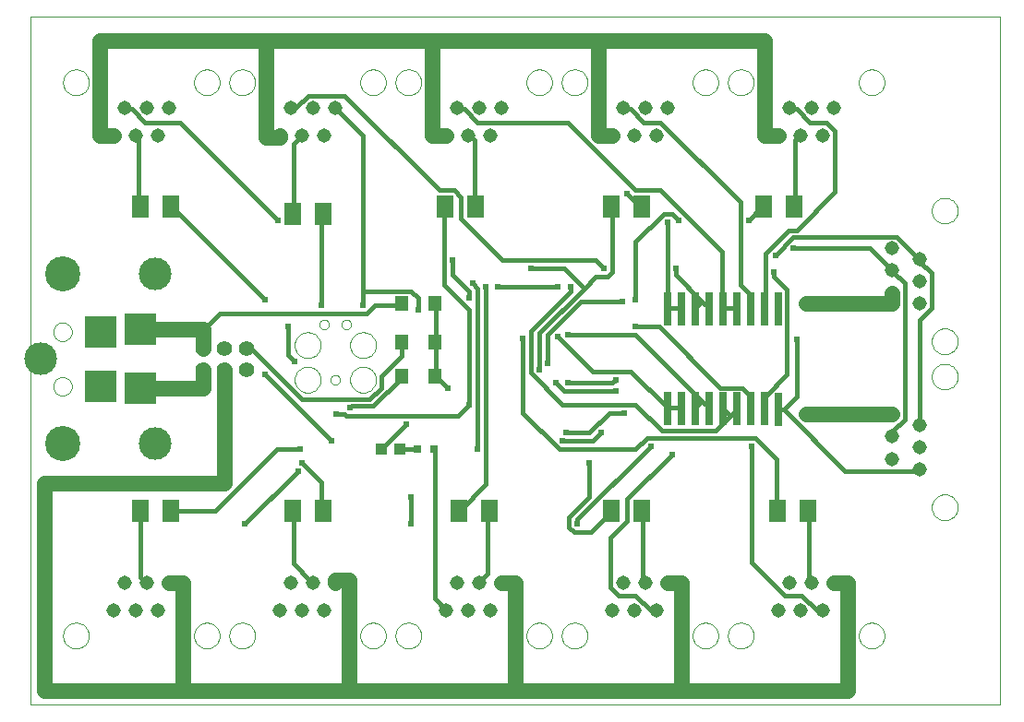
<source format=gtl>
G75*
G70*
%OFA0B0*%
%FSLAX24Y24*%
%IPPOS*%
%LPD*%
%AMOC8*
5,1,8,0,0,1.08239X$1,22.5*
%
%ADD10C,0.0000*%
%ADD11C,0.0515*%
%ADD12R,0.0433X0.0394*%
%ADD13R,0.0315X0.0315*%
%ADD14R,0.0472X0.0551*%
%ADD15R,0.0260X0.1200*%
%ADD16R,0.0630X0.0787*%
%ADD17C,0.1181*%
%ADD18C,0.1266*%
%ADD19R,0.1181X0.1181*%
%ADD20C,0.0554*%
%ADD21C,0.0180*%
%ADD22C,0.0240*%
%ADD23C,0.0560*%
%ADD24R,0.0356X0.0356*%
D10*
X000349Y000100D02*
X000349Y024971D01*
X035344Y024971D01*
X035344Y000100D01*
X000349Y000100D01*
X001522Y002600D02*
X001524Y002643D01*
X001530Y002685D01*
X001540Y002727D01*
X001553Y002768D01*
X001571Y002807D01*
X001592Y002845D01*
X001616Y002880D01*
X001643Y002913D01*
X001674Y002944D01*
X001707Y002971D01*
X001742Y002995D01*
X001780Y003016D01*
X001819Y003034D01*
X001860Y003047D01*
X001902Y003057D01*
X001944Y003063D01*
X001987Y003065D01*
X002030Y003063D01*
X002072Y003057D01*
X002114Y003047D01*
X002155Y003034D01*
X002194Y003016D01*
X002232Y002995D01*
X002267Y002971D01*
X002300Y002944D01*
X002331Y002913D01*
X002358Y002880D01*
X002382Y002845D01*
X002403Y002807D01*
X002421Y002768D01*
X002434Y002727D01*
X002444Y002685D01*
X002450Y002643D01*
X002452Y002600D01*
X002450Y002557D01*
X002444Y002515D01*
X002434Y002473D01*
X002421Y002432D01*
X002403Y002393D01*
X002382Y002355D01*
X002358Y002320D01*
X002331Y002287D01*
X002300Y002256D01*
X002267Y002229D01*
X002232Y002205D01*
X002194Y002184D01*
X002155Y002166D01*
X002114Y002153D01*
X002072Y002143D01*
X002030Y002137D01*
X001987Y002135D01*
X001944Y002137D01*
X001902Y002143D01*
X001860Y002153D01*
X001819Y002166D01*
X001780Y002184D01*
X001742Y002205D01*
X001707Y002229D01*
X001674Y002256D01*
X001643Y002287D01*
X001616Y002320D01*
X001592Y002355D01*
X001571Y002393D01*
X001553Y002432D01*
X001540Y002473D01*
X001530Y002515D01*
X001524Y002557D01*
X001522Y002600D01*
X006247Y002600D02*
X006249Y002643D01*
X006255Y002685D01*
X006265Y002727D01*
X006278Y002768D01*
X006296Y002807D01*
X006317Y002845D01*
X006341Y002880D01*
X006368Y002913D01*
X006399Y002944D01*
X006432Y002971D01*
X006467Y002995D01*
X006505Y003016D01*
X006544Y003034D01*
X006585Y003047D01*
X006627Y003057D01*
X006669Y003063D01*
X006712Y003065D01*
X006755Y003063D01*
X006797Y003057D01*
X006839Y003047D01*
X006880Y003034D01*
X006919Y003016D01*
X006957Y002995D01*
X006992Y002971D01*
X007025Y002944D01*
X007056Y002913D01*
X007083Y002880D01*
X007107Y002845D01*
X007128Y002807D01*
X007146Y002768D01*
X007159Y002727D01*
X007169Y002685D01*
X007175Y002643D01*
X007177Y002600D01*
X007175Y002557D01*
X007169Y002515D01*
X007159Y002473D01*
X007146Y002432D01*
X007128Y002393D01*
X007107Y002355D01*
X007083Y002320D01*
X007056Y002287D01*
X007025Y002256D01*
X006992Y002229D01*
X006957Y002205D01*
X006919Y002184D01*
X006880Y002166D01*
X006839Y002153D01*
X006797Y002143D01*
X006755Y002137D01*
X006712Y002135D01*
X006669Y002137D01*
X006627Y002143D01*
X006585Y002153D01*
X006544Y002166D01*
X006505Y002184D01*
X006467Y002205D01*
X006432Y002229D01*
X006399Y002256D01*
X006368Y002287D01*
X006341Y002320D01*
X006317Y002355D01*
X006296Y002393D01*
X006278Y002432D01*
X006265Y002473D01*
X006255Y002515D01*
X006249Y002557D01*
X006247Y002600D01*
X007522Y002600D02*
X007524Y002643D01*
X007530Y002685D01*
X007540Y002727D01*
X007553Y002768D01*
X007571Y002807D01*
X007592Y002845D01*
X007616Y002880D01*
X007643Y002913D01*
X007674Y002944D01*
X007707Y002971D01*
X007742Y002995D01*
X007780Y003016D01*
X007819Y003034D01*
X007860Y003047D01*
X007902Y003057D01*
X007944Y003063D01*
X007987Y003065D01*
X008030Y003063D01*
X008072Y003057D01*
X008114Y003047D01*
X008155Y003034D01*
X008194Y003016D01*
X008232Y002995D01*
X008267Y002971D01*
X008300Y002944D01*
X008331Y002913D01*
X008358Y002880D01*
X008382Y002845D01*
X008403Y002807D01*
X008421Y002768D01*
X008434Y002727D01*
X008444Y002685D01*
X008450Y002643D01*
X008452Y002600D01*
X008450Y002557D01*
X008444Y002515D01*
X008434Y002473D01*
X008421Y002432D01*
X008403Y002393D01*
X008382Y002355D01*
X008358Y002320D01*
X008331Y002287D01*
X008300Y002256D01*
X008267Y002229D01*
X008232Y002205D01*
X008194Y002184D01*
X008155Y002166D01*
X008114Y002153D01*
X008072Y002143D01*
X008030Y002137D01*
X007987Y002135D01*
X007944Y002137D01*
X007902Y002143D01*
X007860Y002153D01*
X007819Y002166D01*
X007780Y002184D01*
X007742Y002205D01*
X007707Y002229D01*
X007674Y002256D01*
X007643Y002287D01*
X007616Y002320D01*
X007592Y002355D01*
X007571Y002393D01*
X007553Y002432D01*
X007540Y002473D01*
X007530Y002515D01*
X007524Y002557D01*
X007522Y002600D01*
X012247Y002600D02*
X012249Y002643D01*
X012255Y002685D01*
X012265Y002727D01*
X012278Y002768D01*
X012296Y002807D01*
X012317Y002845D01*
X012341Y002880D01*
X012368Y002913D01*
X012399Y002944D01*
X012432Y002971D01*
X012467Y002995D01*
X012505Y003016D01*
X012544Y003034D01*
X012585Y003047D01*
X012627Y003057D01*
X012669Y003063D01*
X012712Y003065D01*
X012755Y003063D01*
X012797Y003057D01*
X012839Y003047D01*
X012880Y003034D01*
X012919Y003016D01*
X012957Y002995D01*
X012992Y002971D01*
X013025Y002944D01*
X013056Y002913D01*
X013083Y002880D01*
X013107Y002845D01*
X013128Y002807D01*
X013146Y002768D01*
X013159Y002727D01*
X013169Y002685D01*
X013175Y002643D01*
X013177Y002600D01*
X013175Y002557D01*
X013169Y002515D01*
X013159Y002473D01*
X013146Y002432D01*
X013128Y002393D01*
X013107Y002355D01*
X013083Y002320D01*
X013056Y002287D01*
X013025Y002256D01*
X012992Y002229D01*
X012957Y002205D01*
X012919Y002184D01*
X012880Y002166D01*
X012839Y002153D01*
X012797Y002143D01*
X012755Y002137D01*
X012712Y002135D01*
X012669Y002137D01*
X012627Y002143D01*
X012585Y002153D01*
X012544Y002166D01*
X012505Y002184D01*
X012467Y002205D01*
X012432Y002229D01*
X012399Y002256D01*
X012368Y002287D01*
X012341Y002320D01*
X012317Y002355D01*
X012296Y002393D01*
X012278Y002432D01*
X012265Y002473D01*
X012255Y002515D01*
X012249Y002557D01*
X012247Y002600D01*
X013522Y002600D02*
X013524Y002643D01*
X013530Y002685D01*
X013540Y002727D01*
X013553Y002768D01*
X013571Y002807D01*
X013592Y002845D01*
X013616Y002880D01*
X013643Y002913D01*
X013674Y002944D01*
X013707Y002971D01*
X013742Y002995D01*
X013780Y003016D01*
X013819Y003034D01*
X013860Y003047D01*
X013902Y003057D01*
X013944Y003063D01*
X013987Y003065D01*
X014030Y003063D01*
X014072Y003057D01*
X014114Y003047D01*
X014155Y003034D01*
X014194Y003016D01*
X014232Y002995D01*
X014267Y002971D01*
X014300Y002944D01*
X014331Y002913D01*
X014358Y002880D01*
X014382Y002845D01*
X014403Y002807D01*
X014421Y002768D01*
X014434Y002727D01*
X014444Y002685D01*
X014450Y002643D01*
X014452Y002600D01*
X014450Y002557D01*
X014444Y002515D01*
X014434Y002473D01*
X014421Y002432D01*
X014403Y002393D01*
X014382Y002355D01*
X014358Y002320D01*
X014331Y002287D01*
X014300Y002256D01*
X014267Y002229D01*
X014232Y002205D01*
X014194Y002184D01*
X014155Y002166D01*
X014114Y002153D01*
X014072Y002143D01*
X014030Y002137D01*
X013987Y002135D01*
X013944Y002137D01*
X013902Y002143D01*
X013860Y002153D01*
X013819Y002166D01*
X013780Y002184D01*
X013742Y002205D01*
X013707Y002229D01*
X013674Y002256D01*
X013643Y002287D01*
X013616Y002320D01*
X013592Y002355D01*
X013571Y002393D01*
X013553Y002432D01*
X013540Y002473D01*
X013530Y002515D01*
X013524Y002557D01*
X013522Y002600D01*
X018247Y002600D02*
X018249Y002643D01*
X018255Y002685D01*
X018265Y002727D01*
X018278Y002768D01*
X018296Y002807D01*
X018317Y002845D01*
X018341Y002880D01*
X018368Y002913D01*
X018399Y002944D01*
X018432Y002971D01*
X018467Y002995D01*
X018505Y003016D01*
X018544Y003034D01*
X018585Y003047D01*
X018627Y003057D01*
X018669Y003063D01*
X018712Y003065D01*
X018755Y003063D01*
X018797Y003057D01*
X018839Y003047D01*
X018880Y003034D01*
X018919Y003016D01*
X018957Y002995D01*
X018992Y002971D01*
X019025Y002944D01*
X019056Y002913D01*
X019083Y002880D01*
X019107Y002845D01*
X019128Y002807D01*
X019146Y002768D01*
X019159Y002727D01*
X019169Y002685D01*
X019175Y002643D01*
X019177Y002600D01*
X019175Y002557D01*
X019169Y002515D01*
X019159Y002473D01*
X019146Y002432D01*
X019128Y002393D01*
X019107Y002355D01*
X019083Y002320D01*
X019056Y002287D01*
X019025Y002256D01*
X018992Y002229D01*
X018957Y002205D01*
X018919Y002184D01*
X018880Y002166D01*
X018839Y002153D01*
X018797Y002143D01*
X018755Y002137D01*
X018712Y002135D01*
X018669Y002137D01*
X018627Y002143D01*
X018585Y002153D01*
X018544Y002166D01*
X018505Y002184D01*
X018467Y002205D01*
X018432Y002229D01*
X018399Y002256D01*
X018368Y002287D01*
X018341Y002320D01*
X018317Y002355D01*
X018296Y002393D01*
X018278Y002432D01*
X018265Y002473D01*
X018255Y002515D01*
X018249Y002557D01*
X018247Y002600D01*
X019522Y002600D02*
X019524Y002643D01*
X019530Y002685D01*
X019540Y002727D01*
X019553Y002768D01*
X019571Y002807D01*
X019592Y002845D01*
X019616Y002880D01*
X019643Y002913D01*
X019674Y002944D01*
X019707Y002971D01*
X019742Y002995D01*
X019780Y003016D01*
X019819Y003034D01*
X019860Y003047D01*
X019902Y003057D01*
X019944Y003063D01*
X019987Y003065D01*
X020030Y003063D01*
X020072Y003057D01*
X020114Y003047D01*
X020155Y003034D01*
X020194Y003016D01*
X020232Y002995D01*
X020267Y002971D01*
X020300Y002944D01*
X020331Y002913D01*
X020358Y002880D01*
X020382Y002845D01*
X020403Y002807D01*
X020421Y002768D01*
X020434Y002727D01*
X020444Y002685D01*
X020450Y002643D01*
X020452Y002600D01*
X020450Y002557D01*
X020444Y002515D01*
X020434Y002473D01*
X020421Y002432D01*
X020403Y002393D01*
X020382Y002355D01*
X020358Y002320D01*
X020331Y002287D01*
X020300Y002256D01*
X020267Y002229D01*
X020232Y002205D01*
X020194Y002184D01*
X020155Y002166D01*
X020114Y002153D01*
X020072Y002143D01*
X020030Y002137D01*
X019987Y002135D01*
X019944Y002137D01*
X019902Y002143D01*
X019860Y002153D01*
X019819Y002166D01*
X019780Y002184D01*
X019742Y002205D01*
X019707Y002229D01*
X019674Y002256D01*
X019643Y002287D01*
X019616Y002320D01*
X019592Y002355D01*
X019571Y002393D01*
X019553Y002432D01*
X019540Y002473D01*
X019530Y002515D01*
X019524Y002557D01*
X019522Y002600D01*
X024247Y002600D02*
X024249Y002643D01*
X024255Y002685D01*
X024265Y002727D01*
X024278Y002768D01*
X024296Y002807D01*
X024317Y002845D01*
X024341Y002880D01*
X024368Y002913D01*
X024399Y002944D01*
X024432Y002971D01*
X024467Y002995D01*
X024505Y003016D01*
X024544Y003034D01*
X024585Y003047D01*
X024627Y003057D01*
X024669Y003063D01*
X024712Y003065D01*
X024755Y003063D01*
X024797Y003057D01*
X024839Y003047D01*
X024880Y003034D01*
X024919Y003016D01*
X024957Y002995D01*
X024992Y002971D01*
X025025Y002944D01*
X025056Y002913D01*
X025083Y002880D01*
X025107Y002845D01*
X025128Y002807D01*
X025146Y002768D01*
X025159Y002727D01*
X025169Y002685D01*
X025175Y002643D01*
X025177Y002600D01*
X025175Y002557D01*
X025169Y002515D01*
X025159Y002473D01*
X025146Y002432D01*
X025128Y002393D01*
X025107Y002355D01*
X025083Y002320D01*
X025056Y002287D01*
X025025Y002256D01*
X024992Y002229D01*
X024957Y002205D01*
X024919Y002184D01*
X024880Y002166D01*
X024839Y002153D01*
X024797Y002143D01*
X024755Y002137D01*
X024712Y002135D01*
X024669Y002137D01*
X024627Y002143D01*
X024585Y002153D01*
X024544Y002166D01*
X024505Y002184D01*
X024467Y002205D01*
X024432Y002229D01*
X024399Y002256D01*
X024368Y002287D01*
X024341Y002320D01*
X024317Y002355D01*
X024296Y002393D01*
X024278Y002432D01*
X024265Y002473D01*
X024255Y002515D01*
X024249Y002557D01*
X024247Y002600D01*
X025522Y002600D02*
X025524Y002643D01*
X025530Y002685D01*
X025540Y002727D01*
X025553Y002768D01*
X025571Y002807D01*
X025592Y002845D01*
X025616Y002880D01*
X025643Y002913D01*
X025674Y002944D01*
X025707Y002971D01*
X025742Y002995D01*
X025780Y003016D01*
X025819Y003034D01*
X025860Y003047D01*
X025902Y003057D01*
X025944Y003063D01*
X025987Y003065D01*
X026030Y003063D01*
X026072Y003057D01*
X026114Y003047D01*
X026155Y003034D01*
X026194Y003016D01*
X026232Y002995D01*
X026267Y002971D01*
X026300Y002944D01*
X026331Y002913D01*
X026358Y002880D01*
X026382Y002845D01*
X026403Y002807D01*
X026421Y002768D01*
X026434Y002727D01*
X026444Y002685D01*
X026450Y002643D01*
X026452Y002600D01*
X026450Y002557D01*
X026444Y002515D01*
X026434Y002473D01*
X026421Y002432D01*
X026403Y002393D01*
X026382Y002355D01*
X026358Y002320D01*
X026331Y002287D01*
X026300Y002256D01*
X026267Y002229D01*
X026232Y002205D01*
X026194Y002184D01*
X026155Y002166D01*
X026114Y002153D01*
X026072Y002143D01*
X026030Y002137D01*
X025987Y002135D01*
X025944Y002137D01*
X025902Y002143D01*
X025860Y002153D01*
X025819Y002166D01*
X025780Y002184D01*
X025742Y002205D01*
X025707Y002229D01*
X025674Y002256D01*
X025643Y002287D01*
X025616Y002320D01*
X025592Y002355D01*
X025571Y002393D01*
X025553Y002432D01*
X025540Y002473D01*
X025530Y002515D01*
X025524Y002557D01*
X025522Y002600D01*
X030247Y002600D02*
X030249Y002643D01*
X030255Y002685D01*
X030265Y002727D01*
X030278Y002768D01*
X030296Y002807D01*
X030317Y002845D01*
X030341Y002880D01*
X030368Y002913D01*
X030399Y002944D01*
X030432Y002971D01*
X030467Y002995D01*
X030505Y003016D01*
X030544Y003034D01*
X030585Y003047D01*
X030627Y003057D01*
X030669Y003063D01*
X030712Y003065D01*
X030755Y003063D01*
X030797Y003057D01*
X030839Y003047D01*
X030880Y003034D01*
X030919Y003016D01*
X030957Y002995D01*
X030992Y002971D01*
X031025Y002944D01*
X031056Y002913D01*
X031083Y002880D01*
X031107Y002845D01*
X031128Y002807D01*
X031146Y002768D01*
X031159Y002727D01*
X031169Y002685D01*
X031175Y002643D01*
X031177Y002600D01*
X031175Y002557D01*
X031169Y002515D01*
X031159Y002473D01*
X031146Y002432D01*
X031128Y002393D01*
X031107Y002355D01*
X031083Y002320D01*
X031056Y002287D01*
X031025Y002256D01*
X030992Y002229D01*
X030957Y002205D01*
X030919Y002184D01*
X030880Y002166D01*
X030839Y002153D01*
X030797Y002143D01*
X030755Y002137D01*
X030712Y002135D01*
X030669Y002137D01*
X030627Y002143D01*
X030585Y002153D01*
X030544Y002166D01*
X030505Y002184D01*
X030467Y002205D01*
X030432Y002229D01*
X030399Y002256D01*
X030368Y002287D01*
X030341Y002320D01*
X030317Y002355D01*
X030296Y002393D01*
X030278Y002432D01*
X030265Y002473D01*
X030255Y002515D01*
X030249Y002557D01*
X030247Y002600D01*
X032884Y007238D02*
X032886Y007281D01*
X032892Y007323D01*
X032902Y007365D01*
X032915Y007406D01*
X032933Y007445D01*
X032954Y007483D01*
X032978Y007518D01*
X033005Y007551D01*
X033036Y007582D01*
X033069Y007609D01*
X033104Y007633D01*
X033142Y007654D01*
X033181Y007672D01*
X033222Y007685D01*
X033264Y007695D01*
X033306Y007701D01*
X033349Y007703D01*
X033392Y007701D01*
X033434Y007695D01*
X033476Y007685D01*
X033517Y007672D01*
X033556Y007654D01*
X033594Y007633D01*
X033629Y007609D01*
X033662Y007582D01*
X033693Y007551D01*
X033720Y007518D01*
X033744Y007483D01*
X033765Y007445D01*
X033783Y007406D01*
X033796Y007365D01*
X033806Y007323D01*
X033812Y007281D01*
X033814Y007238D01*
X033812Y007195D01*
X033806Y007153D01*
X033796Y007111D01*
X033783Y007070D01*
X033765Y007031D01*
X033744Y006993D01*
X033720Y006958D01*
X033693Y006925D01*
X033662Y006894D01*
X033629Y006867D01*
X033594Y006843D01*
X033556Y006822D01*
X033517Y006804D01*
X033476Y006791D01*
X033434Y006781D01*
X033392Y006775D01*
X033349Y006773D01*
X033306Y006775D01*
X033264Y006781D01*
X033222Y006791D01*
X033181Y006804D01*
X033142Y006822D01*
X033104Y006843D01*
X033069Y006867D01*
X033036Y006894D01*
X033005Y006925D01*
X032978Y006958D01*
X032954Y006993D01*
X032933Y007031D01*
X032915Y007070D01*
X032902Y007111D01*
X032892Y007153D01*
X032886Y007195D01*
X032884Y007238D01*
X032884Y011962D02*
X032886Y012005D01*
X032892Y012047D01*
X032902Y012089D01*
X032915Y012130D01*
X032933Y012169D01*
X032954Y012207D01*
X032978Y012242D01*
X033005Y012275D01*
X033036Y012306D01*
X033069Y012333D01*
X033104Y012357D01*
X033142Y012378D01*
X033181Y012396D01*
X033222Y012409D01*
X033264Y012419D01*
X033306Y012425D01*
X033349Y012427D01*
X033392Y012425D01*
X033434Y012419D01*
X033476Y012409D01*
X033517Y012396D01*
X033556Y012378D01*
X033594Y012357D01*
X033629Y012333D01*
X033662Y012306D01*
X033693Y012275D01*
X033720Y012242D01*
X033744Y012207D01*
X033765Y012169D01*
X033783Y012130D01*
X033796Y012089D01*
X033806Y012047D01*
X033812Y012005D01*
X033814Y011962D01*
X033812Y011919D01*
X033806Y011877D01*
X033796Y011835D01*
X033783Y011794D01*
X033765Y011755D01*
X033744Y011717D01*
X033720Y011682D01*
X033693Y011649D01*
X033662Y011618D01*
X033629Y011591D01*
X033594Y011567D01*
X033556Y011546D01*
X033517Y011528D01*
X033476Y011515D01*
X033434Y011505D01*
X033392Y011499D01*
X033349Y011497D01*
X033306Y011499D01*
X033264Y011505D01*
X033222Y011515D01*
X033181Y011528D01*
X033142Y011546D01*
X033104Y011567D01*
X033069Y011591D01*
X033036Y011618D01*
X033005Y011649D01*
X032978Y011682D01*
X032954Y011717D01*
X032933Y011755D01*
X032915Y011794D01*
X032902Y011835D01*
X032892Y011877D01*
X032886Y011919D01*
X032884Y011962D01*
X032884Y013238D02*
X032886Y013281D01*
X032892Y013323D01*
X032902Y013365D01*
X032915Y013406D01*
X032933Y013445D01*
X032954Y013483D01*
X032978Y013518D01*
X033005Y013551D01*
X033036Y013582D01*
X033069Y013609D01*
X033104Y013633D01*
X033142Y013654D01*
X033181Y013672D01*
X033222Y013685D01*
X033264Y013695D01*
X033306Y013701D01*
X033349Y013703D01*
X033392Y013701D01*
X033434Y013695D01*
X033476Y013685D01*
X033517Y013672D01*
X033556Y013654D01*
X033594Y013633D01*
X033629Y013609D01*
X033662Y013582D01*
X033693Y013551D01*
X033720Y013518D01*
X033744Y013483D01*
X033765Y013445D01*
X033783Y013406D01*
X033796Y013365D01*
X033806Y013323D01*
X033812Y013281D01*
X033814Y013238D01*
X033812Y013195D01*
X033806Y013153D01*
X033796Y013111D01*
X033783Y013070D01*
X033765Y013031D01*
X033744Y012993D01*
X033720Y012958D01*
X033693Y012925D01*
X033662Y012894D01*
X033629Y012867D01*
X033594Y012843D01*
X033556Y012822D01*
X033517Y012804D01*
X033476Y012791D01*
X033434Y012781D01*
X033392Y012775D01*
X033349Y012773D01*
X033306Y012775D01*
X033264Y012781D01*
X033222Y012791D01*
X033181Y012804D01*
X033142Y012822D01*
X033104Y012843D01*
X033069Y012867D01*
X033036Y012894D01*
X033005Y012925D01*
X032978Y012958D01*
X032954Y012993D01*
X032933Y013031D01*
X032915Y013070D01*
X032902Y013111D01*
X032892Y013153D01*
X032886Y013195D01*
X032884Y013238D01*
X032884Y017962D02*
X032886Y018005D01*
X032892Y018047D01*
X032902Y018089D01*
X032915Y018130D01*
X032933Y018169D01*
X032954Y018207D01*
X032978Y018242D01*
X033005Y018275D01*
X033036Y018306D01*
X033069Y018333D01*
X033104Y018357D01*
X033142Y018378D01*
X033181Y018396D01*
X033222Y018409D01*
X033264Y018419D01*
X033306Y018425D01*
X033349Y018427D01*
X033392Y018425D01*
X033434Y018419D01*
X033476Y018409D01*
X033517Y018396D01*
X033556Y018378D01*
X033594Y018357D01*
X033629Y018333D01*
X033662Y018306D01*
X033693Y018275D01*
X033720Y018242D01*
X033744Y018207D01*
X033765Y018169D01*
X033783Y018130D01*
X033796Y018089D01*
X033806Y018047D01*
X033812Y018005D01*
X033814Y017962D01*
X033812Y017919D01*
X033806Y017877D01*
X033796Y017835D01*
X033783Y017794D01*
X033765Y017755D01*
X033744Y017717D01*
X033720Y017682D01*
X033693Y017649D01*
X033662Y017618D01*
X033629Y017591D01*
X033594Y017567D01*
X033556Y017546D01*
X033517Y017528D01*
X033476Y017515D01*
X033434Y017505D01*
X033392Y017499D01*
X033349Y017497D01*
X033306Y017499D01*
X033264Y017505D01*
X033222Y017515D01*
X033181Y017528D01*
X033142Y017546D01*
X033104Y017567D01*
X033069Y017591D01*
X033036Y017618D01*
X033005Y017649D01*
X032978Y017682D01*
X032954Y017717D01*
X032933Y017755D01*
X032915Y017794D01*
X032902Y017835D01*
X032892Y017877D01*
X032886Y017919D01*
X032884Y017962D01*
X030247Y022600D02*
X030249Y022643D01*
X030255Y022685D01*
X030265Y022727D01*
X030278Y022768D01*
X030296Y022807D01*
X030317Y022845D01*
X030341Y022880D01*
X030368Y022913D01*
X030399Y022944D01*
X030432Y022971D01*
X030467Y022995D01*
X030505Y023016D01*
X030544Y023034D01*
X030585Y023047D01*
X030627Y023057D01*
X030669Y023063D01*
X030712Y023065D01*
X030755Y023063D01*
X030797Y023057D01*
X030839Y023047D01*
X030880Y023034D01*
X030919Y023016D01*
X030957Y022995D01*
X030992Y022971D01*
X031025Y022944D01*
X031056Y022913D01*
X031083Y022880D01*
X031107Y022845D01*
X031128Y022807D01*
X031146Y022768D01*
X031159Y022727D01*
X031169Y022685D01*
X031175Y022643D01*
X031177Y022600D01*
X031175Y022557D01*
X031169Y022515D01*
X031159Y022473D01*
X031146Y022432D01*
X031128Y022393D01*
X031107Y022355D01*
X031083Y022320D01*
X031056Y022287D01*
X031025Y022256D01*
X030992Y022229D01*
X030957Y022205D01*
X030919Y022184D01*
X030880Y022166D01*
X030839Y022153D01*
X030797Y022143D01*
X030755Y022137D01*
X030712Y022135D01*
X030669Y022137D01*
X030627Y022143D01*
X030585Y022153D01*
X030544Y022166D01*
X030505Y022184D01*
X030467Y022205D01*
X030432Y022229D01*
X030399Y022256D01*
X030368Y022287D01*
X030341Y022320D01*
X030317Y022355D01*
X030296Y022393D01*
X030278Y022432D01*
X030265Y022473D01*
X030255Y022515D01*
X030249Y022557D01*
X030247Y022600D01*
X025522Y022600D02*
X025524Y022643D01*
X025530Y022685D01*
X025540Y022727D01*
X025553Y022768D01*
X025571Y022807D01*
X025592Y022845D01*
X025616Y022880D01*
X025643Y022913D01*
X025674Y022944D01*
X025707Y022971D01*
X025742Y022995D01*
X025780Y023016D01*
X025819Y023034D01*
X025860Y023047D01*
X025902Y023057D01*
X025944Y023063D01*
X025987Y023065D01*
X026030Y023063D01*
X026072Y023057D01*
X026114Y023047D01*
X026155Y023034D01*
X026194Y023016D01*
X026232Y022995D01*
X026267Y022971D01*
X026300Y022944D01*
X026331Y022913D01*
X026358Y022880D01*
X026382Y022845D01*
X026403Y022807D01*
X026421Y022768D01*
X026434Y022727D01*
X026444Y022685D01*
X026450Y022643D01*
X026452Y022600D01*
X026450Y022557D01*
X026444Y022515D01*
X026434Y022473D01*
X026421Y022432D01*
X026403Y022393D01*
X026382Y022355D01*
X026358Y022320D01*
X026331Y022287D01*
X026300Y022256D01*
X026267Y022229D01*
X026232Y022205D01*
X026194Y022184D01*
X026155Y022166D01*
X026114Y022153D01*
X026072Y022143D01*
X026030Y022137D01*
X025987Y022135D01*
X025944Y022137D01*
X025902Y022143D01*
X025860Y022153D01*
X025819Y022166D01*
X025780Y022184D01*
X025742Y022205D01*
X025707Y022229D01*
X025674Y022256D01*
X025643Y022287D01*
X025616Y022320D01*
X025592Y022355D01*
X025571Y022393D01*
X025553Y022432D01*
X025540Y022473D01*
X025530Y022515D01*
X025524Y022557D01*
X025522Y022600D01*
X024247Y022600D02*
X024249Y022643D01*
X024255Y022685D01*
X024265Y022727D01*
X024278Y022768D01*
X024296Y022807D01*
X024317Y022845D01*
X024341Y022880D01*
X024368Y022913D01*
X024399Y022944D01*
X024432Y022971D01*
X024467Y022995D01*
X024505Y023016D01*
X024544Y023034D01*
X024585Y023047D01*
X024627Y023057D01*
X024669Y023063D01*
X024712Y023065D01*
X024755Y023063D01*
X024797Y023057D01*
X024839Y023047D01*
X024880Y023034D01*
X024919Y023016D01*
X024957Y022995D01*
X024992Y022971D01*
X025025Y022944D01*
X025056Y022913D01*
X025083Y022880D01*
X025107Y022845D01*
X025128Y022807D01*
X025146Y022768D01*
X025159Y022727D01*
X025169Y022685D01*
X025175Y022643D01*
X025177Y022600D01*
X025175Y022557D01*
X025169Y022515D01*
X025159Y022473D01*
X025146Y022432D01*
X025128Y022393D01*
X025107Y022355D01*
X025083Y022320D01*
X025056Y022287D01*
X025025Y022256D01*
X024992Y022229D01*
X024957Y022205D01*
X024919Y022184D01*
X024880Y022166D01*
X024839Y022153D01*
X024797Y022143D01*
X024755Y022137D01*
X024712Y022135D01*
X024669Y022137D01*
X024627Y022143D01*
X024585Y022153D01*
X024544Y022166D01*
X024505Y022184D01*
X024467Y022205D01*
X024432Y022229D01*
X024399Y022256D01*
X024368Y022287D01*
X024341Y022320D01*
X024317Y022355D01*
X024296Y022393D01*
X024278Y022432D01*
X024265Y022473D01*
X024255Y022515D01*
X024249Y022557D01*
X024247Y022600D01*
X019522Y022600D02*
X019524Y022643D01*
X019530Y022685D01*
X019540Y022727D01*
X019553Y022768D01*
X019571Y022807D01*
X019592Y022845D01*
X019616Y022880D01*
X019643Y022913D01*
X019674Y022944D01*
X019707Y022971D01*
X019742Y022995D01*
X019780Y023016D01*
X019819Y023034D01*
X019860Y023047D01*
X019902Y023057D01*
X019944Y023063D01*
X019987Y023065D01*
X020030Y023063D01*
X020072Y023057D01*
X020114Y023047D01*
X020155Y023034D01*
X020194Y023016D01*
X020232Y022995D01*
X020267Y022971D01*
X020300Y022944D01*
X020331Y022913D01*
X020358Y022880D01*
X020382Y022845D01*
X020403Y022807D01*
X020421Y022768D01*
X020434Y022727D01*
X020444Y022685D01*
X020450Y022643D01*
X020452Y022600D01*
X020450Y022557D01*
X020444Y022515D01*
X020434Y022473D01*
X020421Y022432D01*
X020403Y022393D01*
X020382Y022355D01*
X020358Y022320D01*
X020331Y022287D01*
X020300Y022256D01*
X020267Y022229D01*
X020232Y022205D01*
X020194Y022184D01*
X020155Y022166D01*
X020114Y022153D01*
X020072Y022143D01*
X020030Y022137D01*
X019987Y022135D01*
X019944Y022137D01*
X019902Y022143D01*
X019860Y022153D01*
X019819Y022166D01*
X019780Y022184D01*
X019742Y022205D01*
X019707Y022229D01*
X019674Y022256D01*
X019643Y022287D01*
X019616Y022320D01*
X019592Y022355D01*
X019571Y022393D01*
X019553Y022432D01*
X019540Y022473D01*
X019530Y022515D01*
X019524Y022557D01*
X019522Y022600D01*
X018247Y022600D02*
X018249Y022643D01*
X018255Y022685D01*
X018265Y022727D01*
X018278Y022768D01*
X018296Y022807D01*
X018317Y022845D01*
X018341Y022880D01*
X018368Y022913D01*
X018399Y022944D01*
X018432Y022971D01*
X018467Y022995D01*
X018505Y023016D01*
X018544Y023034D01*
X018585Y023047D01*
X018627Y023057D01*
X018669Y023063D01*
X018712Y023065D01*
X018755Y023063D01*
X018797Y023057D01*
X018839Y023047D01*
X018880Y023034D01*
X018919Y023016D01*
X018957Y022995D01*
X018992Y022971D01*
X019025Y022944D01*
X019056Y022913D01*
X019083Y022880D01*
X019107Y022845D01*
X019128Y022807D01*
X019146Y022768D01*
X019159Y022727D01*
X019169Y022685D01*
X019175Y022643D01*
X019177Y022600D01*
X019175Y022557D01*
X019169Y022515D01*
X019159Y022473D01*
X019146Y022432D01*
X019128Y022393D01*
X019107Y022355D01*
X019083Y022320D01*
X019056Y022287D01*
X019025Y022256D01*
X018992Y022229D01*
X018957Y022205D01*
X018919Y022184D01*
X018880Y022166D01*
X018839Y022153D01*
X018797Y022143D01*
X018755Y022137D01*
X018712Y022135D01*
X018669Y022137D01*
X018627Y022143D01*
X018585Y022153D01*
X018544Y022166D01*
X018505Y022184D01*
X018467Y022205D01*
X018432Y022229D01*
X018399Y022256D01*
X018368Y022287D01*
X018341Y022320D01*
X018317Y022355D01*
X018296Y022393D01*
X018278Y022432D01*
X018265Y022473D01*
X018255Y022515D01*
X018249Y022557D01*
X018247Y022600D01*
X013522Y022600D02*
X013524Y022643D01*
X013530Y022685D01*
X013540Y022727D01*
X013553Y022768D01*
X013571Y022807D01*
X013592Y022845D01*
X013616Y022880D01*
X013643Y022913D01*
X013674Y022944D01*
X013707Y022971D01*
X013742Y022995D01*
X013780Y023016D01*
X013819Y023034D01*
X013860Y023047D01*
X013902Y023057D01*
X013944Y023063D01*
X013987Y023065D01*
X014030Y023063D01*
X014072Y023057D01*
X014114Y023047D01*
X014155Y023034D01*
X014194Y023016D01*
X014232Y022995D01*
X014267Y022971D01*
X014300Y022944D01*
X014331Y022913D01*
X014358Y022880D01*
X014382Y022845D01*
X014403Y022807D01*
X014421Y022768D01*
X014434Y022727D01*
X014444Y022685D01*
X014450Y022643D01*
X014452Y022600D01*
X014450Y022557D01*
X014444Y022515D01*
X014434Y022473D01*
X014421Y022432D01*
X014403Y022393D01*
X014382Y022355D01*
X014358Y022320D01*
X014331Y022287D01*
X014300Y022256D01*
X014267Y022229D01*
X014232Y022205D01*
X014194Y022184D01*
X014155Y022166D01*
X014114Y022153D01*
X014072Y022143D01*
X014030Y022137D01*
X013987Y022135D01*
X013944Y022137D01*
X013902Y022143D01*
X013860Y022153D01*
X013819Y022166D01*
X013780Y022184D01*
X013742Y022205D01*
X013707Y022229D01*
X013674Y022256D01*
X013643Y022287D01*
X013616Y022320D01*
X013592Y022355D01*
X013571Y022393D01*
X013553Y022432D01*
X013540Y022473D01*
X013530Y022515D01*
X013524Y022557D01*
X013522Y022600D01*
X012247Y022600D02*
X012249Y022643D01*
X012255Y022685D01*
X012265Y022727D01*
X012278Y022768D01*
X012296Y022807D01*
X012317Y022845D01*
X012341Y022880D01*
X012368Y022913D01*
X012399Y022944D01*
X012432Y022971D01*
X012467Y022995D01*
X012505Y023016D01*
X012544Y023034D01*
X012585Y023047D01*
X012627Y023057D01*
X012669Y023063D01*
X012712Y023065D01*
X012755Y023063D01*
X012797Y023057D01*
X012839Y023047D01*
X012880Y023034D01*
X012919Y023016D01*
X012957Y022995D01*
X012992Y022971D01*
X013025Y022944D01*
X013056Y022913D01*
X013083Y022880D01*
X013107Y022845D01*
X013128Y022807D01*
X013146Y022768D01*
X013159Y022727D01*
X013169Y022685D01*
X013175Y022643D01*
X013177Y022600D01*
X013175Y022557D01*
X013169Y022515D01*
X013159Y022473D01*
X013146Y022432D01*
X013128Y022393D01*
X013107Y022355D01*
X013083Y022320D01*
X013056Y022287D01*
X013025Y022256D01*
X012992Y022229D01*
X012957Y022205D01*
X012919Y022184D01*
X012880Y022166D01*
X012839Y022153D01*
X012797Y022143D01*
X012755Y022137D01*
X012712Y022135D01*
X012669Y022137D01*
X012627Y022143D01*
X012585Y022153D01*
X012544Y022166D01*
X012505Y022184D01*
X012467Y022205D01*
X012432Y022229D01*
X012399Y022256D01*
X012368Y022287D01*
X012341Y022320D01*
X012317Y022355D01*
X012296Y022393D01*
X012278Y022432D01*
X012265Y022473D01*
X012255Y022515D01*
X012249Y022557D01*
X012247Y022600D01*
X007522Y022600D02*
X007524Y022643D01*
X007530Y022685D01*
X007540Y022727D01*
X007553Y022768D01*
X007571Y022807D01*
X007592Y022845D01*
X007616Y022880D01*
X007643Y022913D01*
X007674Y022944D01*
X007707Y022971D01*
X007742Y022995D01*
X007780Y023016D01*
X007819Y023034D01*
X007860Y023047D01*
X007902Y023057D01*
X007944Y023063D01*
X007987Y023065D01*
X008030Y023063D01*
X008072Y023057D01*
X008114Y023047D01*
X008155Y023034D01*
X008194Y023016D01*
X008232Y022995D01*
X008267Y022971D01*
X008300Y022944D01*
X008331Y022913D01*
X008358Y022880D01*
X008382Y022845D01*
X008403Y022807D01*
X008421Y022768D01*
X008434Y022727D01*
X008444Y022685D01*
X008450Y022643D01*
X008452Y022600D01*
X008450Y022557D01*
X008444Y022515D01*
X008434Y022473D01*
X008421Y022432D01*
X008403Y022393D01*
X008382Y022355D01*
X008358Y022320D01*
X008331Y022287D01*
X008300Y022256D01*
X008267Y022229D01*
X008232Y022205D01*
X008194Y022184D01*
X008155Y022166D01*
X008114Y022153D01*
X008072Y022143D01*
X008030Y022137D01*
X007987Y022135D01*
X007944Y022137D01*
X007902Y022143D01*
X007860Y022153D01*
X007819Y022166D01*
X007780Y022184D01*
X007742Y022205D01*
X007707Y022229D01*
X007674Y022256D01*
X007643Y022287D01*
X007616Y022320D01*
X007592Y022355D01*
X007571Y022393D01*
X007553Y022432D01*
X007540Y022473D01*
X007530Y022515D01*
X007524Y022557D01*
X007522Y022600D01*
X006247Y022600D02*
X006249Y022643D01*
X006255Y022685D01*
X006265Y022727D01*
X006278Y022768D01*
X006296Y022807D01*
X006317Y022845D01*
X006341Y022880D01*
X006368Y022913D01*
X006399Y022944D01*
X006432Y022971D01*
X006467Y022995D01*
X006505Y023016D01*
X006544Y023034D01*
X006585Y023047D01*
X006627Y023057D01*
X006669Y023063D01*
X006712Y023065D01*
X006755Y023063D01*
X006797Y023057D01*
X006839Y023047D01*
X006880Y023034D01*
X006919Y023016D01*
X006957Y022995D01*
X006992Y022971D01*
X007025Y022944D01*
X007056Y022913D01*
X007083Y022880D01*
X007107Y022845D01*
X007128Y022807D01*
X007146Y022768D01*
X007159Y022727D01*
X007169Y022685D01*
X007175Y022643D01*
X007177Y022600D01*
X007175Y022557D01*
X007169Y022515D01*
X007159Y022473D01*
X007146Y022432D01*
X007128Y022393D01*
X007107Y022355D01*
X007083Y022320D01*
X007056Y022287D01*
X007025Y022256D01*
X006992Y022229D01*
X006957Y022205D01*
X006919Y022184D01*
X006880Y022166D01*
X006839Y022153D01*
X006797Y022143D01*
X006755Y022137D01*
X006712Y022135D01*
X006669Y022137D01*
X006627Y022143D01*
X006585Y022153D01*
X006544Y022166D01*
X006505Y022184D01*
X006467Y022205D01*
X006432Y022229D01*
X006399Y022256D01*
X006368Y022287D01*
X006341Y022320D01*
X006317Y022355D01*
X006296Y022393D01*
X006278Y022432D01*
X006265Y022473D01*
X006255Y022515D01*
X006249Y022557D01*
X006247Y022600D01*
X001522Y022600D02*
X001524Y022643D01*
X001530Y022685D01*
X001540Y022727D01*
X001553Y022768D01*
X001571Y022807D01*
X001592Y022845D01*
X001616Y022880D01*
X001643Y022913D01*
X001674Y022944D01*
X001707Y022971D01*
X001742Y022995D01*
X001780Y023016D01*
X001819Y023034D01*
X001860Y023047D01*
X001902Y023057D01*
X001944Y023063D01*
X001987Y023065D01*
X002030Y023063D01*
X002072Y023057D01*
X002114Y023047D01*
X002155Y023034D01*
X002194Y023016D01*
X002232Y022995D01*
X002267Y022971D01*
X002300Y022944D01*
X002331Y022913D01*
X002358Y022880D01*
X002382Y022845D01*
X002403Y022807D01*
X002421Y022768D01*
X002434Y022727D01*
X002444Y022685D01*
X002450Y022643D01*
X002452Y022600D01*
X002450Y022557D01*
X002444Y022515D01*
X002434Y022473D01*
X002421Y022432D01*
X002403Y022393D01*
X002382Y022355D01*
X002358Y022320D01*
X002331Y022287D01*
X002300Y022256D01*
X002267Y022229D01*
X002232Y022205D01*
X002194Y022184D01*
X002155Y022166D01*
X002114Y022153D01*
X002072Y022143D01*
X002030Y022137D01*
X001987Y022135D01*
X001944Y022137D01*
X001902Y022143D01*
X001860Y022153D01*
X001819Y022166D01*
X001780Y022184D01*
X001742Y022205D01*
X001707Y022229D01*
X001674Y022256D01*
X001643Y022287D01*
X001616Y022320D01*
X001592Y022355D01*
X001571Y022393D01*
X001553Y022432D01*
X001540Y022473D01*
X001530Y022515D01*
X001524Y022557D01*
X001522Y022600D01*
X010774Y013850D02*
X010776Y013876D01*
X010782Y013902D01*
X010791Y013926D01*
X010804Y013949D01*
X010821Y013969D01*
X010840Y013987D01*
X010862Y014002D01*
X010885Y014013D01*
X010910Y014021D01*
X010936Y014025D01*
X010962Y014025D01*
X010988Y014021D01*
X011013Y014013D01*
X011037Y014002D01*
X011058Y013987D01*
X011077Y013969D01*
X011094Y013949D01*
X011107Y013926D01*
X011116Y013902D01*
X011122Y013876D01*
X011124Y013850D01*
X011122Y013824D01*
X011116Y013798D01*
X011107Y013774D01*
X011094Y013751D01*
X011077Y013731D01*
X011058Y013713D01*
X011036Y013698D01*
X011013Y013687D01*
X010988Y013679D01*
X010962Y013675D01*
X010936Y013675D01*
X010910Y013679D01*
X010885Y013687D01*
X010861Y013698D01*
X010840Y013713D01*
X010821Y013731D01*
X010804Y013751D01*
X010791Y013774D01*
X010782Y013798D01*
X010776Y013824D01*
X010774Y013850D01*
X011574Y013850D02*
X011576Y013876D01*
X011582Y013902D01*
X011591Y013926D01*
X011604Y013949D01*
X011621Y013969D01*
X011640Y013987D01*
X011662Y014002D01*
X011685Y014013D01*
X011710Y014021D01*
X011736Y014025D01*
X011762Y014025D01*
X011788Y014021D01*
X011813Y014013D01*
X011837Y014002D01*
X011858Y013987D01*
X011877Y013969D01*
X011894Y013949D01*
X011907Y013926D01*
X011916Y013902D01*
X011922Y013876D01*
X011924Y013850D01*
X011922Y013824D01*
X011916Y013798D01*
X011907Y013774D01*
X011894Y013751D01*
X011877Y013731D01*
X011858Y013713D01*
X011836Y013698D01*
X011813Y013687D01*
X011788Y013679D01*
X011762Y013675D01*
X011736Y013675D01*
X011710Y013679D01*
X011685Y013687D01*
X011661Y013698D01*
X011640Y013713D01*
X011621Y013731D01*
X011604Y013751D01*
X011591Y013774D01*
X011582Y013798D01*
X011576Y013824D01*
X011574Y013850D01*
X011882Y013100D02*
X011884Y013143D01*
X011890Y013186D01*
X011900Y013228D01*
X011914Y013269D01*
X011931Y013308D01*
X011952Y013346D01*
X011976Y013381D01*
X012004Y013415D01*
X012034Y013445D01*
X012068Y013473D01*
X012103Y013497D01*
X012141Y013518D01*
X012180Y013535D01*
X012221Y013549D01*
X012263Y013559D01*
X012306Y013565D01*
X012349Y013567D01*
X012392Y013565D01*
X012435Y013559D01*
X012477Y013549D01*
X012518Y013535D01*
X012557Y013518D01*
X012595Y013497D01*
X012630Y013473D01*
X012664Y013445D01*
X012694Y013415D01*
X012722Y013381D01*
X012746Y013346D01*
X012767Y013308D01*
X012784Y013269D01*
X012798Y013228D01*
X012808Y013186D01*
X012814Y013143D01*
X012816Y013100D01*
X012814Y013057D01*
X012808Y013014D01*
X012798Y012972D01*
X012784Y012931D01*
X012767Y012892D01*
X012746Y012854D01*
X012722Y012819D01*
X012694Y012785D01*
X012664Y012755D01*
X012630Y012727D01*
X012595Y012703D01*
X012557Y012682D01*
X012518Y012665D01*
X012477Y012651D01*
X012435Y012641D01*
X012392Y012635D01*
X012349Y012633D01*
X012306Y012635D01*
X012263Y012641D01*
X012221Y012651D01*
X012180Y012665D01*
X012141Y012682D01*
X012103Y012703D01*
X012068Y012727D01*
X012034Y012755D01*
X012004Y012785D01*
X011976Y012819D01*
X011952Y012854D01*
X011931Y012892D01*
X011914Y012931D01*
X011900Y012972D01*
X011890Y013014D01*
X011884Y013057D01*
X011882Y013100D01*
X011882Y011850D02*
X011884Y011893D01*
X011890Y011936D01*
X011900Y011978D01*
X011914Y012019D01*
X011931Y012058D01*
X011952Y012096D01*
X011976Y012131D01*
X012004Y012165D01*
X012034Y012195D01*
X012068Y012223D01*
X012103Y012247D01*
X012141Y012268D01*
X012180Y012285D01*
X012221Y012299D01*
X012263Y012309D01*
X012306Y012315D01*
X012349Y012317D01*
X012392Y012315D01*
X012435Y012309D01*
X012477Y012299D01*
X012518Y012285D01*
X012557Y012268D01*
X012595Y012247D01*
X012630Y012223D01*
X012664Y012195D01*
X012694Y012165D01*
X012722Y012131D01*
X012746Y012096D01*
X012767Y012058D01*
X012784Y012019D01*
X012798Y011978D01*
X012808Y011936D01*
X012814Y011893D01*
X012816Y011850D01*
X012814Y011807D01*
X012808Y011764D01*
X012798Y011722D01*
X012784Y011681D01*
X012767Y011642D01*
X012746Y011604D01*
X012722Y011569D01*
X012694Y011535D01*
X012664Y011505D01*
X012630Y011477D01*
X012595Y011453D01*
X012557Y011432D01*
X012518Y011415D01*
X012477Y011401D01*
X012435Y011391D01*
X012392Y011385D01*
X012349Y011383D01*
X012306Y011385D01*
X012263Y011391D01*
X012221Y011401D01*
X012180Y011415D01*
X012141Y011432D01*
X012103Y011453D01*
X012068Y011477D01*
X012034Y011505D01*
X012004Y011535D01*
X011976Y011569D01*
X011952Y011604D01*
X011931Y011642D01*
X011914Y011681D01*
X011900Y011722D01*
X011890Y011764D01*
X011884Y011807D01*
X011882Y011850D01*
X011174Y011850D02*
X011176Y011876D01*
X011182Y011902D01*
X011191Y011926D01*
X011204Y011949D01*
X011221Y011969D01*
X011240Y011987D01*
X011262Y012002D01*
X011285Y012013D01*
X011310Y012021D01*
X011336Y012025D01*
X011362Y012025D01*
X011388Y012021D01*
X011413Y012013D01*
X011437Y012002D01*
X011458Y011987D01*
X011477Y011969D01*
X011494Y011949D01*
X011507Y011926D01*
X011516Y011902D01*
X011522Y011876D01*
X011524Y011850D01*
X011522Y011824D01*
X011516Y011798D01*
X011507Y011774D01*
X011494Y011751D01*
X011477Y011731D01*
X011458Y011713D01*
X011436Y011698D01*
X011413Y011687D01*
X011388Y011679D01*
X011362Y011675D01*
X011336Y011675D01*
X011310Y011679D01*
X011285Y011687D01*
X011261Y011698D01*
X011240Y011713D01*
X011221Y011731D01*
X011204Y011751D01*
X011191Y011774D01*
X011182Y011798D01*
X011176Y011824D01*
X011174Y011850D01*
X009882Y011850D02*
X009884Y011893D01*
X009890Y011936D01*
X009900Y011978D01*
X009914Y012019D01*
X009931Y012058D01*
X009952Y012096D01*
X009976Y012131D01*
X010004Y012165D01*
X010034Y012195D01*
X010068Y012223D01*
X010103Y012247D01*
X010141Y012268D01*
X010180Y012285D01*
X010221Y012299D01*
X010263Y012309D01*
X010306Y012315D01*
X010349Y012317D01*
X010392Y012315D01*
X010435Y012309D01*
X010477Y012299D01*
X010518Y012285D01*
X010557Y012268D01*
X010595Y012247D01*
X010630Y012223D01*
X010664Y012195D01*
X010694Y012165D01*
X010722Y012131D01*
X010746Y012096D01*
X010767Y012058D01*
X010784Y012019D01*
X010798Y011978D01*
X010808Y011936D01*
X010814Y011893D01*
X010816Y011850D01*
X010814Y011807D01*
X010808Y011764D01*
X010798Y011722D01*
X010784Y011681D01*
X010767Y011642D01*
X010746Y011604D01*
X010722Y011569D01*
X010694Y011535D01*
X010664Y011505D01*
X010630Y011477D01*
X010595Y011453D01*
X010557Y011432D01*
X010518Y011415D01*
X010477Y011401D01*
X010435Y011391D01*
X010392Y011385D01*
X010349Y011383D01*
X010306Y011385D01*
X010263Y011391D01*
X010221Y011401D01*
X010180Y011415D01*
X010141Y011432D01*
X010103Y011453D01*
X010068Y011477D01*
X010034Y011505D01*
X010004Y011535D01*
X009976Y011569D01*
X009952Y011604D01*
X009931Y011642D01*
X009914Y011681D01*
X009900Y011722D01*
X009890Y011764D01*
X009884Y011807D01*
X009882Y011850D01*
X009882Y013100D02*
X009884Y013143D01*
X009890Y013186D01*
X009900Y013228D01*
X009914Y013269D01*
X009931Y013308D01*
X009952Y013346D01*
X009976Y013381D01*
X010004Y013415D01*
X010034Y013445D01*
X010068Y013473D01*
X010103Y013497D01*
X010141Y013518D01*
X010180Y013535D01*
X010221Y013549D01*
X010263Y013559D01*
X010306Y013565D01*
X010349Y013567D01*
X010392Y013565D01*
X010435Y013559D01*
X010477Y013549D01*
X010518Y013535D01*
X010557Y013518D01*
X010595Y013497D01*
X010630Y013473D01*
X010664Y013445D01*
X010694Y013415D01*
X010722Y013381D01*
X010746Y013346D01*
X010767Y013308D01*
X010784Y013269D01*
X010798Y013228D01*
X010808Y013186D01*
X010814Y013143D01*
X010816Y013100D01*
X010814Y013057D01*
X010808Y013014D01*
X010798Y012972D01*
X010784Y012931D01*
X010767Y012892D01*
X010746Y012854D01*
X010722Y012819D01*
X010694Y012785D01*
X010664Y012755D01*
X010630Y012727D01*
X010595Y012703D01*
X010557Y012682D01*
X010518Y012665D01*
X010477Y012651D01*
X010435Y012641D01*
X010392Y012635D01*
X010349Y012633D01*
X010306Y012635D01*
X010263Y012641D01*
X010221Y012651D01*
X010180Y012665D01*
X010141Y012682D01*
X010103Y012703D01*
X010068Y012727D01*
X010034Y012755D01*
X010004Y012785D01*
X009976Y012819D01*
X009952Y012854D01*
X009931Y012892D01*
X009914Y012931D01*
X009900Y012972D01*
X009890Y013014D01*
X009884Y013057D01*
X009882Y013100D01*
X001168Y013584D02*
X001170Y013620D01*
X001176Y013656D01*
X001186Y013691D01*
X001199Y013725D01*
X001216Y013757D01*
X001236Y013787D01*
X001260Y013814D01*
X001286Y013839D01*
X001315Y013861D01*
X001346Y013880D01*
X001379Y013895D01*
X001413Y013907D01*
X001449Y013915D01*
X001485Y013919D01*
X001521Y013919D01*
X001557Y013915D01*
X001593Y013907D01*
X001627Y013895D01*
X001660Y013880D01*
X001691Y013861D01*
X001720Y013839D01*
X001746Y013814D01*
X001770Y013787D01*
X001790Y013757D01*
X001807Y013725D01*
X001820Y013691D01*
X001830Y013656D01*
X001836Y013620D01*
X001838Y013584D01*
X001836Y013548D01*
X001830Y013512D01*
X001820Y013477D01*
X001807Y013443D01*
X001790Y013411D01*
X001770Y013381D01*
X001746Y013354D01*
X001720Y013329D01*
X001691Y013307D01*
X001660Y013288D01*
X001627Y013273D01*
X001593Y013261D01*
X001557Y013253D01*
X001521Y013249D01*
X001485Y013249D01*
X001449Y013253D01*
X001413Y013261D01*
X001379Y013273D01*
X001346Y013288D01*
X001315Y013307D01*
X001286Y013329D01*
X001260Y013354D01*
X001236Y013381D01*
X001216Y013411D01*
X001199Y013443D01*
X001186Y013477D01*
X001176Y013512D01*
X001170Y013548D01*
X001168Y013584D01*
X001168Y011616D02*
X001170Y011652D01*
X001176Y011688D01*
X001186Y011723D01*
X001199Y011757D01*
X001216Y011789D01*
X001236Y011819D01*
X001260Y011846D01*
X001286Y011871D01*
X001315Y011893D01*
X001346Y011912D01*
X001379Y011927D01*
X001413Y011939D01*
X001449Y011947D01*
X001485Y011951D01*
X001521Y011951D01*
X001557Y011947D01*
X001593Y011939D01*
X001627Y011927D01*
X001660Y011912D01*
X001691Y011893D01*
X001720Y011871D01*
X001746Y011846D01*
X001770Y011819D01*
X001790Y011789D01*
X001807Y011757D01*
X001820Y011723D01*
X001830Y011688D01*
X001836Y011652D01*
X001838Y011616D01*
X001836Y011580D01*
X001830Y011544D01*
X001820Y011509D01*
X001807Y011475D01*
X001790Y011443D01*
X001770Y011413D01*
X001746Y011386D01*
X001720Y011361D01*
X001691Y011339D01*
X001660Y011320D01*
X001627Y011305D01*
X001593Y011293D01*
X001557Y011285D01*
X001521Y011281D01*
X001485Y011281D01*
X001449Y011285D01*
X001413Y011293D01*
X001379Y011305D01*
X001346Y011320D01*
X001315Y011339D01*
X001286Y011361D01*
X001260Y011386D01*
X001236Y011413D01*
X001216Y011443D01*
X001199Y011475D01*
X001186Y011509D01*
X001176Y011544D01*
X001170Y011580D01*
X001168Y011616D01*
D11*
X003743Y004506D03*
X004546Y004506D03*
X005349Y004506D03*
X004956Y003506D03*
X004153Y003506D03*
X003349Y003506D03*
X009349Y003506D03*
X010153Y003506D03*
X010956Y003506D03*
X011349Y004506D03*
X010546Y004506D03*
X009743Y004506D03*
X015349Y003506D03*
X016153Y003506D03*
X016956Y003506D03*
X017349Y004506D03*
X016546Y004506D03*
X015743Y004506D03*
X021349Y003506D03*
X022153Y003506D03*
X022956Y003506D03*
X023349Y004506D03*
X022546Y004506D03*
X021743Y004506D03*
X027349Y003506D03*
X028153Y003506D03*
X028956Y003506D03*
X029349Y004506D03*
X028546Y004506D03*
X027743Y004506D03*
X032444Y008600D03*
X032444Y009403D03*
X032444Y010206D03*
X031444Y010600D03*
X031444Y009797D03*
X031444Y008994D03*
X032444Y014600D03*
X032444Y015403D03*
X032444Y016206D03*
X031444Y016600D03*
X031444Y015797D03*
X031444Y014994D03*
X028956Y020694D03*
X028153Y020694D03*
X027349Y020694D03*
X027743Y021694D03*
X028546Y021694D03*
X029349Y021694D03*
X023349Y021694D03*
X022546Y021694D03*
X021743Y021694D03*
X021349Y020694D03*
X022153Y020694D03*
X022956Y020694D03*
X017349Y021694D03*
X016546Y021694D03*
X015743Y021694D03*
X015349Y020694D03*
X016153Y020694D03*
X016956Y020694D03*
X011349Y021694D03*
X010546Y021694D03*
X009743Y021694D03*
X009349Y020694D03*
X010153Y020694D03*
X010956Y020694D03*
X005349Y021694D03*
X004546Y021694D03*
X003743Y021694D03*
X003349Y020694D03*
X004153Y020694D03*
X004956Y020694D03*
D12*
X013015Y009350D03*
X013684Y009350D03*
D13*
X014304Y009350D03*
X014895Y009350D03*
D14*
X014940Y011975D03*
X013759Y011975D03*
X013759Y013225D03*
X014940Y013225D03*
X014940Y014600D03*
X013759Y014600D03*
D15*
X023349Y014405D03*
X023849Y014405D03*
X024349Y014405D03*
X024849Y014405D03*
X025349Y014405D03*
X025849Y014405D03*
X026349Y014405D03*
X026849Y014405D03*
X027349Y014405D03*
X026849Y010795D03*
X026349Y010795D03*
X025849Y010795D03*
X025349Y010795D03*
X024849Y010795D03*
X024349Y010795D03*
X023849Y010795D03*
X023349Y010795D03*
X027349Y010780D03*
D16*
X027298Y007100D03*
X028401Y007100D03*
X022401Y007100D03*
X021298Y007100D03*
X016901Y007100D03*
X015798Y007100D03*
X010901Y007100D03*
X009798Y007100D03*
X005401Y007100D03*
X004298Y007100D03*
X009798Y017850D03*
X010901Y017850D03*
X015298Y018100D03*
X016401Y018100D03*
X021298Y018100D03*
X022401Y018100D03*
X026798Y018100D03*
X027901Y018100D03*
X005401Y018100D03*
X004298Y018100D03*
D17*
X004849Y015671D03*
X000716Y012600D03*
X004849Y009529D03*
D18*
X001503Y009529D03*
X001503Y015671D03*
D19*
X002881Y013584D03*
X004318Y013663D03*
X002881Y011616D03*
X004318Y011537D03*
D20*
X006562Y012206D03*
X007349Y012206D03*
X008137Y012206D03*
X008137Y012994D03*
X007349Y012994D03*
X006562Y012994D03*
D21*
X006562Y013663D02*
X006769Y013840D01*
X007189Y014260D01*
X012469Y014260D01*
X012769Y014560D01*
X013729Y014560D01*
X013759Y014600D01*
X014089Y015040D02*
X012349Y015040D01*
X012349Y014560D01*
X012349Y015040D02*
X012349Y020680D01*
X011389Y021640D01*
X011349Y021694D01*
X011689Y022120D02*
X015109Y018700D01*
X015649Y018700D01*
X015889Y018460D01*
X015889Y017680D01*
X017389Y016180D01*
X020749Y016180D01*
X021049Y015880D01*
X021169Y015580D02*
X020749Y015580D01*
X020329Y015160D01*
X019609Y015880D01*
X018409Y015880D01*
X019369Y015220D02*
X017209Y015220D01*
X016789Y015220D02*
X016789Y008080D01*
X015829Y007120D01*
X015798Y007100D01*
X016849Y007060D02*
X016901Y007100D01*
X016849Y007060D02*
X016849Y004840D01*
X016549Y004540D01*
X016546Y004506D01*
X015349Y003520D02*
X015349Y003506D01*
X015349Y003520D02*
X014929Y003940D01*
X014929Y009340D01*
X014895Y009350D01*
X014304Y009350D02*
X014269Y009340D01*
X013729Y009340D01*
X013684Y009350D01*
X013069Y009400D02*
X013015Y009350D01*
X013069Y009400D02*
X013909Y010240D01*
X012709Y010900D02*
X011929Y010900D01*
X011869Y010840D01*
X011689Y010600D02*
X011749Y010540D01*
X015769Y010540D01*
X016189Y010960D01*
X016189Y014380D01*
X015289Y015280D01*
X015289Y018100D01*
X015298Y018100D01*
X016369Y018100D02*
X016401Y018100D01*
X016369Y018100D02*
X016369Y020500D01*
X016189Y020680D01*
X016153Y020694D01*
X016489Y021160D02*
X019729Y021160D01*
X022189Y018700D01*
X023089Y018700D01*
X025309Y016480D01*
X025309Y014440D01*
X025349Y014405D01*
X025429Y014440D01*
X025849Y014440D01*
X025849Y014405D01*
X026329Y014440D02*
X026349Y014405D01*
X026329Y014440D02*
X026329Y014920D01*
X025969Y015280D01*
X025969Y018280D01*
X023089Y021160D01*
X022489Y021160D01*
X022009Y021640D01*
X021769Y021640D01*
X021743Y021694D01*
X021889Y018580D02*
X022369Y018100D01*
X022401Y018100D01*
X023209Y017860D02*
X023509Y017860D01*
X023749Y017620D01*
X023329Y017560D02*
X023329Y014440D01*
X023349Y014405D01*
X023389Y014440D01*
X023809Y014440D01*
X023849Y014405D01*
X024349Y014405D02*
X024349Y014440D01*
X024589Y014680D01*
X023629Y015640D01*
X023629Y015880D01*
X022189Y016840D02*
X023209Y017860D01*
X022189Y016840D02*
X022189Y014740D01*
X021709Y014680D02*
X020209Y014680D01*
X019009Y013480D01*
X019009Y012460D01*
X018709Y012220D02*
X018709Y013540D01*
X020329Y015160D01*
X019849Y015220D02*
X019849Y015040D01*
X018409Y013600D01*
X018409Y012100D01*
X019549Y010960D01*
X022189Y010960D01*
X023149Y010000D01*
X025069Y010000D01*
X025609Y010540D01*
X025369Y010780D01*
X025349Y010795D01*
X025609Y010540D02*
X025849Y010780D01*
X025849Y010795D01*
X026329Y010840D02*
X026329Y011260D01*
X026029Y011560D01*
X025249Y011560D01*
X023029Y013780D01*
X022189Y013780D01*
X022189Y013480D02*
X024589Y011080D01*
X024349Y010840D01*
X024349Y010795D01*
X024589Y011080D02*
X024829Y010840D01*
X024849Y010795D01*
X023849Y010795D02*
X023809Y010840D01*
X023389Y010840D01*
X023349Y010795D01*
X023329Y010840D01*
X022009Y012160D01*
X020629Y012160D01*
X019369Y013420D01*
X019729Y013480D02*
X022189Y013480D01*
X021469Y011860D02*
X021349Y011740D01*
X019729Y011740D01*
X019609Y011440D02*
X021469Y011440D01*
X021229Y010660D02*
X021769Y010660D01*
X021229Y010660D02*
X020509Y009940D01*
X019669Y009940D01*
X019549Y009640D02*
X020629Y009640D01*
X020929Y009940D01*
X022189Y009340D02*
X022609Y009760D01*
X026509Y009760D01*
X027289Y008980D01*
X027289Y007120D01*
X027298Y007100D01*
X028401Y007100D02*
X028429Y007060D01*
X028429Y004600D01*
X028489Y004540D01*
X028546Y004506D01*
X028189Y004060D02*
X027589Y004060D01*
X026389Y005260D01*
X026389Y009460D01*
X027349Y010780D02*
X027529Y010780D01*
X028009Y011260D01*
X028009Y013300D01*
X026849Y014405D02*
X026869Y014440D01*
X026869Y016420D01*
X027709Y017260D01*
X028009Y017260D01*
X029389Y018640D01*
X029389Y020860D01*
X029089Y021160D01*
X028489Y021160D01*
X028009Y021640D01*
X027769Y021640D01*
X027743Y021694D01*
X028153Y020694D02*
X028129Y020680D01*
X027949Y020500D01*
X027949Y018100D01*
X027901Y018100D01*
X026798Y018100D02*
X026749Y018100D01*
X026269Y017620D01*
X027229Y016360D02*
X027889Y017020D01*
X031609Y017020D01*
X032389Y016240D01*
X032444Y016206D01*
X032449Y016120D01*
X032869Y015700D01*
X032869Y014440D01*
X032449Y014020D01*
X032449Y010240D01*
X032444Y010206D01*
X031909Y010420D02*
X031909Y015340D01*
X031489Y015760D01*
X031444Y015797D01*
X031429Y015820D01*
X030649Y016600D01*
X027889Y016600D01*
X027169Y015760D02*
X027169Y015580D01*
X027649Y015100D01*
X027649Y012040D01*
X026869Y011260D01*
X026869Y010840D01*
X026849Y010795D01*
X026349Y010795D02*
X026329Y010840D01*
X027529Y010780D02*
X029749Y008560D01*
X032389Y008560D01*
X032444Y008600D01*
X031489Y009820D02*
X031444Y009797D01*
X031489Y009820D02*
X031489Y010000D01*
X031909Y010420D01*
X024849Y014405D02*
X024829Y014440D01*
X024589Y014680D01*
X021349Y015760D02*
X021349Y018100D01*
X021298Y018100D01*
X021349Y015760D02*
X021169Y015580D01*
X018109Y013360D02*
X018109Y010660D01*
X019429Y009340D01*
X022189Y009340D01*
X022729Y009460D02*
X020089Y006820D01*
X020089Y006640D01*
X019969Y006340D02*
X019789Y006520D01*
X019789Y006880D01*
X020509Y007600D01*
X020509Y008860D01*
X021889Y007540D02*
X023509Y009160D01*
X021889Y007540D02*
X021889Y006760D01*
X021289Y006160D01*
X021289Y004360D01*
X021589Y004060D01*
X022189Y004060D01*
X022729Y003520D01*
X022909Y003520D01*
X022956Y003506D01*
X022546Y004506D02*
X022489Y004540D01*
X022429Y004600D01*
X022429Y007060D01*
X022401Y007100D01*
X021298Y007100D02*
X021289Y007060D01*
X020569Y006340D01*
X019969Y006340D01*
X016489Y009340D02*
X016489Y015160D01*
X016309Y015340D01*
X016189Y015040D02*
X015589Y015640D01*
X015589Y016180D01*
X016189Y015040D02*
X016189Y014800D01*
X014989Y014560D02*
X014940Y014600D01*
X014989Y014560D02*
X014989Y013300D01*
X014940Y013225D01*
X014989Y013180D01*
X014989Y011980D01*
X014940Y011975D01*
X015049Y011920D01*
X015409Y011560D01*
X013759Y011975D02*
X013729Y011920D01*
X012709Y010900D01*
X012589Y011140D02*
X010129Y011140D01*
X008329Y012940D01*
X008149Y012940D01*
X008137Y012994D01*
X008809Y012040D02*
X011209Y009640D01*
X010069Y009340D02*
X009229Y009340D01*
X007009Y007120D01*
X005449Y007120D01*
X005401Y007100D01*
X004309Y007060D02*
X004298Y007100D01*
X004309Y007060D02*
X004309Y004720D01*
X004489Y004540D01*
X004546Y004506D01*
X008089Y006640D02*
X010009Y008560D01*
X010129Y008860D02*
X010849Y008140D01*
X010849Y007120D01*
X010901Y007100D01*
X009829Y007060D02*
X009798Y007100D01*
X009829Y007060D02*
X009829Y005200D01*
X010489Y004540D01*
X010546Y004506D01*
X014089Y006640D02*
X014089Y007600D01*
X011689Y010600D02*
X011389Y010600D01*
X012589Y011140D02*
X013009Y011560D01*
X013009Y011980D01*
X013729Y012700D01*
X013729Y013180D01*
X013759Y013225D01*
X014329Y014380D02*
X014329Y014800D01*
X014089Y015040D01*
X010849Y014560D02*
X010849Y017800D01*
X010901Y017850D01*
X009829Y017860D02*
X009798Y017850D01*
X009829Y017860D02*
X009829Y020380D01*
X010129Y020680D01*
X010153Y020694D01*
X009949Y021700D02*
X010369Y022120D01*
X011689Y022120D01*
X009949Y021700D02*
X009769Y021700D01*
X009743Y021694D01*
X005749Y021160D02*
X009289Y017620D01*
X008809Y014740D02*
X005449Y018100D01*
X005401Y018100D01*
X004298Y018100D02*
X004249Y018100D01*
X004249Y020620D01*
X004189Y020680D01*
X004153Y020694D01*
X004489Y021160D02*
X005749Y021160D01*
X004489Y021160D02*
X004009Y021640D01*
X003769Y021640D01*
X003743Y021694D01*
X009649Y013780D02*
X009649Y012760D01*
X009889Y012520D01*
X019309Y011740D02*
X019609Y011440D01*
X028189Y004060D02*
X028729Y003520D01*
X028909Y003520D01*
X028956Y003506D01*
X016489Y021160D02*
X016009Y021640D01*
X015769Y021640D01*
X015743Y021694D01*
D22*
X021889Y018580D03*
X023329Y017560D03*
X023749Y017620D03*
X023629Y015880D03*
X022189Y014740D03*
X021709Y014680D03*
X022189Y013780D03*
X019729Y013480D03*
X019369Y013420D03*
X019009Y012460D03*
X018709Y012220D03*
X019309Y011740D03*
X019729Y011740D03*
X021469Y011860D03*
X021469Y011440D03*
X021769Y010660D03*
X020929Y009940D03*
X020509Y008860D03*
X019549Y009640D03*
X019669Y009940D03*
X016489Y009340D03*
X016189Y010960D03*
X015409Y011560D03*
X013909Y010240D03*
X011869Y010840D03*
X011389Y010600D03*
X011209Y009640D03*
X010069Y009340D03*
X010129Y008860D03*
X010009Y008560D03*
X008089Y006640D03*
X014089Y006640D03*
X014089Y007600D03*
X020089Y006640D03*
X023509Y009160D03*
X022729Y009460D03*
X026389Y009460D03*
X028009Y013300D03*
X027169Y015760D03*
X027229Y016360D03*
X027889Y016600D03*
X026269Y017620D03*
X021049Y015880D03*
X019849Y015220D03*
X019369Y015220D03*
X018409Y015880D03*
X017209Y015220D03*
X016789Y015220D03*
X016309Y015340D03*
X016189Y014800D03*
X015589Y016180D03*
X014329Y014380D03*
X012349Y014560D03*
X010849Y014560D03*
X009649Y013780D03*
X008809Y014740D03*
X009889Y012520D03*
X008809Y012040D03*
X009289Y017620D03*
X018109Y013360D03*
D23*
X020849Y020694D02*
X020849Y024100D01*
X026849Y024100D01*
X026849Y020694D01*
X027349Y020694D01*
X021349Y020694D02*
X020849Y020694D01*
X020849Y024100D02*
X014849Y024100D01*
X008849Y024100D01*
X008849Y020600D01*
X009349Y020600D01*
X009349Y020694D01*
X008849Y024100D02*
X002849Y024100D01*
X002849Y020694D01*
X003349Y020694D01*
X004318Y013663D02*
X006562Y013663D01*
X006562Y012994D01*
X006562Y012206D02*
X006562Y011537D01*
X004318Y011537D01*
X007349Y012206D02*
X007349Y008100D01*
X004849Y008100D01*
X000849Y008100D01*
X000849Y000600D01*
X005849Y000600D01*
X005849Y004506D01*
X005349Y004506D01*
X005849Y000600D02*
X011849Y000600D01*
X017849Y000600D01*
X023849Y000600D01*
X029849Y000600D01*
X029849Y004506D01*
X029349Y004506D01*
X023849Y004506D02*
X023849Y000600D01*
X023849Y004506D02*
X023349Y004506D01*
X017849Y004506D02*
X017849Y000600D01*
X017849Y004506D02*
X017349Y004506D01*
X011849Y004600D02*
X011849Y000600D01*
X011349Y004506D02*
X011349Y004600D01*
X011849Y004600D01*
X028349Y010600D02*
X031444Y010600D01*
X031444Y014600D02*
X028349Y014600D01*
X031444Y014600D02*
X031444Y014994D01*
X015349Y020694D02*
X014849Y020694D01*
X014849Y024100D01*
D24*
X028349Y014600D03*
X028349Y010600D03*
X004849Y008100D03*
X004849Y008100D03*
M02*

</source>
